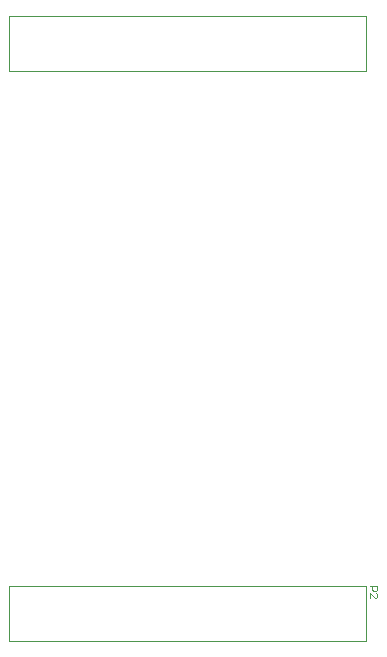
<source format=gbo>
G04*
G04 #@! TF.GenerationSoftware,Altium Limited,Altium Designer,23.6.0 (18)*
G04*
G04 Layer_Color=32896*
%FSLAX44Y44*%
%MOMM*%
G71*
G04*
G04 #@! TF.SameCoordinates,5EE9EB4A-2ACB-4C3E-BE2F-BD42E06AEEC1*
G04*
G04*
G04 #@! TF.FilePolarity,Positive*
G04*
G01*
G75*
%ADD19C,0.0500*%
%ADD72C,0.0254*%
D19*
X307009Y53736D02*
X313007D01*
Y50737D01*
X312008Y49737D01*
X310008D01*
X309009Y50737D01*
Y53736D01*
X307009Y43739D02*
Y47738D01*
X311008Y43739D01*
X312008D01*
X313007Y44739D01*
Y46738D01*
X312008Y47738D01*
D72*
X1556Y536555D02*
X303919D01*
X1556Y489819D02*
Y536555D01*
Y489819D02*
X303919D01*
Y536555D01*
X303927Y7048D02*
Y53783D01*
X1564Y7048D02*
X303927D01*
X1564D02*
Y53783D01*
X303927D01*
M02*

</source>
